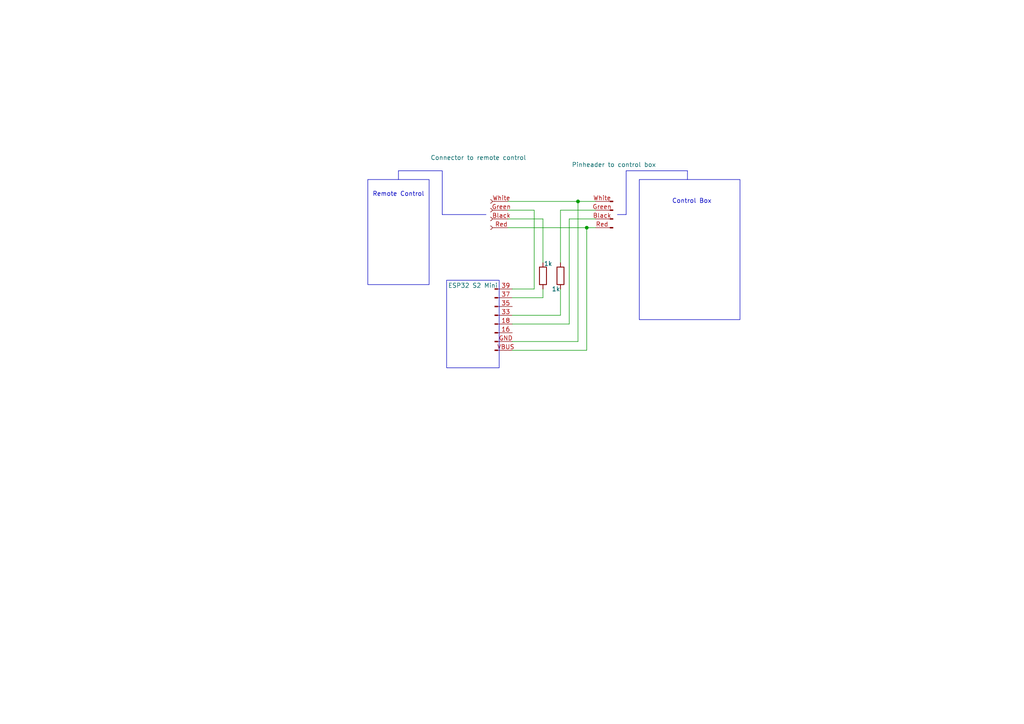
<source format=kicad_sch>
(kicad_sch (version 20250114) (generator "eeschema") (generator_version "9.0")
  (paper "A4")
  (lib_symbols
    (symbol "Connector:Conn_01x04_Pin" (pin_names (offset 1.016) (hide yes))
      (property "Value" "Pinheader to control box" (at -0.254 13.208 0))
      (symbol "Conn_01x04_Pin_1_1"
        (rectangle (start 0.8636 2.667) (end 0 2.413) (stroke (width 0.1524)) (fill (type outline)))
        (rectangle (start 0.8636 0.127) (end 0 -0.127) (stroke (width 0.1524)) (fill (type outline)))
        (rectangle (start 0.8636 -2.413) (end 0 -2.667) (stroke (width 0.1524)) (fill (type outline)))
        (rectangle (start 0.8636 -4.953) (end 0 -5.207) (stroke (width 0.1524)) (fill (type outline)))
        (polyline (pts (xy 1.27 2.54) (xy 0.8636 2.54)) (stroke (width 0.1524)))
        (polyline (pts (xy 1.27 0) (xy 0.8636 0)) (stroke (width 0.1524)))
        (polyline (pts (xy 1.27 -2.54) (xy 0.8636 -2.54)) (stroke (width 0.1524)))
        (polyline (pts (xy 1.27 -5.08) (xy 0.8636 -5.08)) (stroke (width 0.1524)))
        (pin passive line (at 5.08 2.54 180) (length 3.81) (name "Pin_1") (number "White"))
        (pin passive line (at 5.08 0 180) (length 3.81) (name "Pin_2") (number "Green"))
        (pin passive line (at 5.08 -2.54 180) (length 3.81) (name "Pin_3") (number "Black"))
        (pin passive line (at 5.08 -5.08 180) (length 3.81) (name "Pin_4") (number "Red"))
      )
    )
    (symbol "Connector:Conn_01x04_Socket" (pin_names (offset 1.016) (hide yes))
      (property "Value" "Connector to remote control" (at -10.414 15.24 0))
      (symbol "Conn_01x04_Socket_1_1"
        (polyline (pts (xy -1.27 2.54) (xy -0.508 2.54)) (stroke (width 0.1524)))
        (polyline (pts (xy -1.27 0) (xy -0.508 0)) (stroke (width 0.1524)))
        (polyline (pts (xy -1.27 -2.54) (xy -0.508 -2.54)) (stroke (width 0.1524)))
        (polyline (pts (xy -1.27 -5.08) (xy -0.508 -5.08)) (stroke (width 0.1524)))
        (arc (start 0 2.032) (mid -0.5058 2.54) (end 0 3.048) (stroke (width 0.1524)))
        (arc (start 0 -0.508) (mid -0.5058 0) (end 0 0.508) (stroke (width 0.1524)))
        (arc (start 0 -3.048) (mid -0.5058 -2.54) (end 0 -2.032) (stroke (width 0.1524)))
        (arc (start 0 -5.588) (mid -0.5058 -5.08) (end 0 -4.572) (stroke (width 0.1524)))
        (pin passive line (at -5.08 2.54 0) (length 3.81) (name "Pin_1") (number "White"))
        (pin passive line (at -5.08 0 0) (length 3.81) (name "Pin_2") (number "Green"))
        (pin passive line (at -5.08 -2.54 0) (length 3.81) (name "Pin_3") (number "Black"))
        (pin passive line (at -5.08 -5.08 0) (length 3.81) (name "Pin_4") (number "Red"))
      )
    )
    (symbol "Connector:Conn_01x08_Pin" (pin_names (offset 1.016) (hide yes))
      (property "Value" "ESP32 S2 Mini" (at 1.016 11.43 0))
      (symbol "Conn_01x08_Pin_1_1"
        (rectangle (start 0.8636 7.747) (end 0 7.493) (stroke (width 0.1524)) (fill (type outline)))
        (rectangle (start 0.8636 5.207) (end 0 4.953) (stroke (width 0.1524)) (fill (type outline)))
        (rectangle (start 0.8636 2.667) (end 0 2.413) (stroke (width 0.1524)) (fill (type outline)))
        (rectangle (start 0.8636 0.127) (end 0 -0.127) (stroke (width 0.1524)) (fill (type outline)))
        (rectangle (start 0.8636 -2.413) (end 0 -2.667) (stroke (width 0.1524)) (fill (type outline)))
        (rectangle (start 0.8636 -4.953) (end 0 -5.207) (stroke (width 0.1524)) (fill (type outline)))
        (rectangle (start 0.8636 -7.493) (end 0 -7.747) (stroke (width 0.1524)) (fill (type outline)))
        (rectangle (start 0.8636 -10.033) (end 0 -10.287) (stroke (width 0.1524)) (fill (type outline)))
        (polyline (pts (xy 1.27 7.62) (xy 0.8636 7.62)) (stroke (width 0.1524)))
        (polyline (pts (xy 1.27 5.08) (xy 0.8636 5.08)) (stroke (width 0.1524)))
        (polyline (pts (xy 1.27 2.54) (xy 0.8636 2.54)) (stroke (width 0.1524)))
        (polyline (pts (xy 1.27 0) (xy 0.8636 0)) (stroke (width 0.1524)))
        (polyline (pts (xy 1.27 -2.54) (xy 0.8636 -2.54)) (stroke (width 0.1524)))
        (polyline (pts (xy 1.27 -5.08) (xy 0.8636 -5.08)) (stroke (width 0.1524)))
        (polyline (pts (xy 1.27 -7.62) (xy 0.8636 -7.62)) (stroke (width 0.1524)))
        (polyline (pts (xy 1.27 -10.16) (xy 0.8636 -10.16)) (stroke (width 0.1524)))
        (pin passive line (at 5.08 7.62 180) (length 3.81) (name "Pin_1") (number "39"))
        (pin passive line (at 5.08 5.08 180) (length 3.81) (name "Pin_2") (number "37"))
        (pin passive line (at 5.08 2.54 180) (length 3.81) (name "Pin_3") (number "35"))
        (pin passive line (at 5.08 0 180) (length 3.81) (name "Pin_4") (number "33"))
        (pin passive line (at 5.08 -2.54 180) (length 3.81) (name "Pin_5") (number "18"))
        (pin passive line (at 5.08 -5.08 180) (length 3.81) (name "Pin_6") (number "16"))
        (pin passive line (at 5.08 -7.62 180) (length 3.81) (name "Pin_7") (number "GND"))
        (pin passive line (at 5.08 -10.16 180) (length 3.81) (name "Pin_8") (number "VBUS"))
      )
    )
    (symbol "Device:R" (pin_numbers (hide yes)) (pin_names (offset 0))
      (property "Reference" "R" (at 2.032 0 90))
      (property "Value" "R" (at 0 0 90))
      (symbol "R_0_1"
        (rectangle (start -1.016 -2.54) (end 1.016 2.54) (stroke (width 0.254)))
      )
      (symbol "R_1_1"
        (pin passive line (at 0 3.81 270) (length 1.27) (name "~") (number "1"))
        (pin passive line (at 0 -3.81 90) (length 1.27) (name "~") (number "2"))
      )
    )
  )
  (rectangle (start 106.68 52.07) (end 124.46 82.55))
  (rectangle (start 185.42 52.07) (end 214.63 92.71))
  (rectangle (start 129.54 81.28) (end 144.78 106.68))
  (text "Remote Control" (at 115.57 56.388 0) (effects (font (size 1.27 1.27))))
  (text "Control Box" (at 200.66 58.42 0) (effects (font (size 1.27 1.27))))
  (junction (at 167.64 58.42))
  (junction (at 170.18 66.04))
  (wire (pts (xy 148.59 86.36) (xy 157.48 86.36)))
  (wire (pts (xy 170.18 66.04) (xy 172.72 66.04)))
  (wire (pts (xy 148.59 101.6) (xy 170.18 101.6)))
  (wire (pts (xy 167.64 58.42) (xy 172.72 58.42)))
  (wire (pts (xy 157.48 76.2) (xy 157.48 63.5)))
  (wire (pts (xy 147.32 58.42) (xy 167.64 58.42)))
  (polyline (pts (xy 181.61 62.23) (xy 181.61 49.53)))
  (wire (pts (xy 165.1 63.5) (xy 165.1 93.98)))
  (wire (pts (xy 162.56 91.44) (xy 162.56 83.82)))
  (wire (pts (xy 147.32 66.04) (xy 170.18 66.04)))
  (polyline (pts (xy 128.27 49.53) (xy 115.57 49.53)))
  (polyline (pts (xy 128.27 62.23) (xy 128.27 49.53)))
  (wire (pts (xy 157.48 86.36) (xy 157.48 83.82)))
  (wire (pts (xy 162.56 60.96) (xy 172.72 60.96)))
  (polyline (pts (xy 115.57 49.53) (xy 115.57 52.07)))
  (wire (pts (xy 148.59 99.06) (xy 167.64 99.06)))
  (polyline (pts (xy 181.61 49.53) (xy 199.39 49.53)))
  (wire (pts (xy 147.32 63.5) (xy 157.48 63.5)))
  (wire (pts (xy 148.59 91.44) (xy 162.56 91.44)))
  (wire (pts (xy 170.18 101.6) (xy 170.18 66.04)))
  (wire (pts (xy 154.94 83.82) (xy 148.59 83.82)))
  (polyline (pts (xy 199.39 49.53) (xy 199.39 52.07)))
  (wire (pts (xy 162.56 76.2) (xy 162.56 60.96)))
  (wire (pts (xy 167.64 99.06) (xy 167.64 58.42)))
  (wire (pts (xy 172.72 63.5) (xy 165.1 63.5)))
  (wire (pts (xy 147.32 60.96) (xy 154.94 60.96)))
  (polyline (pts (xy 140.97 62.23) (xy 128.27 62.23)))
  (polyline (pts (xy 179.07 62.23) (xy 181.61 62.23)))
  (wire (pts (xy 165.1 93.98) (xy 148.59 93.98)))
  (wire (pts (xy 154.94 60.96) (xy 154.94 83.82)))
  (symbol (lib_id "Connector:Conn_01x04_Socket") (at 142.24 60.96 0) (mirror y) (unit 1)
    (property "Reference" "J2" (effects (hide yes)))
    (property "Value" "Connector to remote control" (at 152.654 45.72 0) (effects (justify left)))
    (property "Description" "Generic connector, single row, 01x04, script generated" (effects (hide yes)))
  )
  (symbol (lib_id "Connector:Conn_01x08_Pin") (at 143.51 91.44 0) (unit 1)
    (property "Reference" "J3" (effects (hide yes)))
    (property "Value" "ESP32 S2 Mini" (at 137.16 82.804 0))
    (property "Description" "Generic connector, single row, 01x08, script generated" (effects (hide yes)))
  )
  (symbol (lib_id "Connector:Conn_01x04_Pin") (at 177.8 60.96 0) (mirror y) (unit 1)
    (property "Reference" "J1" (effects (hide yes)))
    (property "Value" "Pinheader to control box" (at 178.054 47.752 0))
    (property "Description" "Generic connector, single row, 01x04, script generated" (effects (hide yes)))
  )
  (symbol (lib_id "Device:R") (at 162.56 80.01 0) (unit 1)
    (property "Reference" "R2" (effects (hide yes)))
    (property "Value" "1k" (at 160.02 83.82 0) (effects (justify left)))
    (property "Description" "Resistor" (effects (hide yes)))
  )
  (symbol (lib_id "Device:R") (at 157.48 80.01 0) (unit 1)
    (property "Reference" "R1" (effects (hide yes)))
    (property "Value" "1k" (at 157.734 76.454 0) (effects (justify left)))
    (property "Description" "Resistor" (effects (hide yes)))
  )
)
</source>
